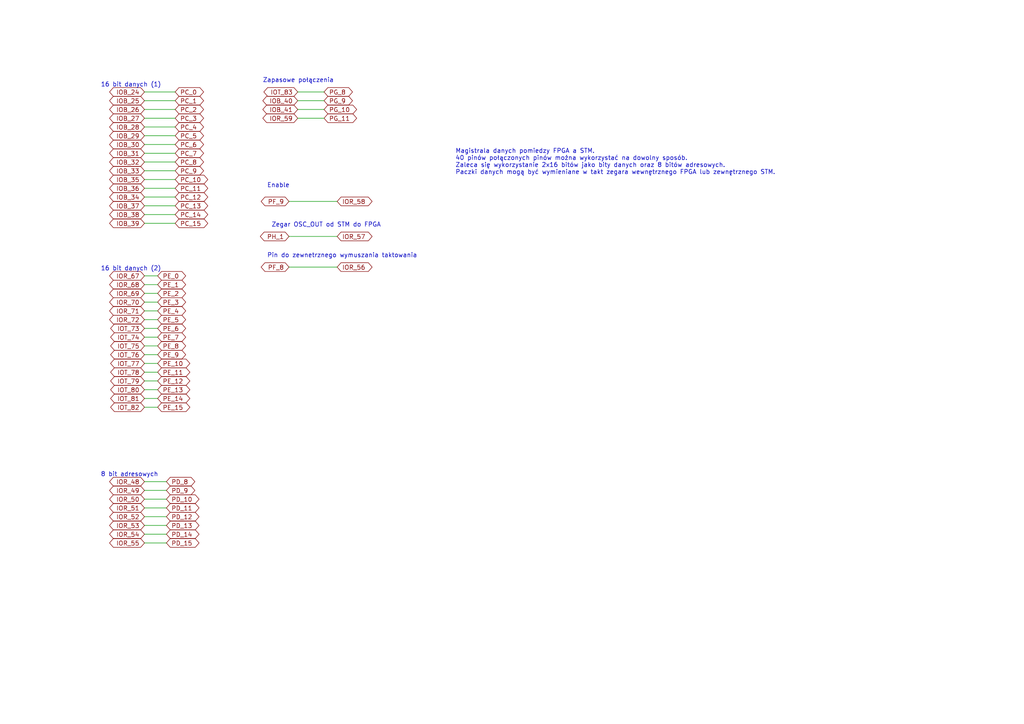
<source format=kicad_sch>
(kicad_sch (version 20230121) (generator eeschema)

  (uuid 3add7dc0-0907-43d6-aeaa-6a3a61668006)

  (paper "A4")

  (lib_symbols
  )


  (wire (pts (xy 41.91 36.83) (xy 50.8 36.83))
    (stroke (width 0) (type default))
    (uuid 051f99db-4366-4b36-b852-33737af765ff)
  )
  (wire (pts (xy 41.91 64.77) (xy 50.8 64.77))
    (stroke (width 0) (type default))
    (uuid 080847f4-bec9-4fc5-9f6f-9aa20f93d41e)
  )
  (wire (pts (xy 41.91 39.37) (xy 50.8 39.37))
    (stroke (width 0) (type default))
    (uuid 09c315bb-ad18-4f20-a4a5-8050a1a9a363)
  )
  (wire (pts (xy 41.91 157.48) (xy 48.26 157.48))
    (stroke (width 0) (type default))
    (uuid 0b92d905-3854-4d17-8064-9d82c4a54a8b)
  )
  (wire (pts (xy 41.91 95.25) (xy 45.72 95.25))
    (stroke (width 0) (type default))
    (uuid 0d9da4ae-b9a0-43ce-a94f-fcc0680ff9fb)
  )
  (wire (pts (xy 41.91 29.21) (xy 50.8 29.21))
    (stroke (width 0) (type default))
    (uuid 0ea4d0c6-eeca-40ae-a336-f5bbe3d9a6c7)
  )
  (wire (pts (xy 41.91 44.45) (xy 50.8 44.45))
    (stroke (width 0) (type default))
    (uuid 1171060e-af8b-4869-882d-d0c737be5e45)
  )
  (wire (pts (xy 83.82 77.47) (xy 97.79 77.47))
    (stroke (width 0) (type default))
    (uuid 15ce0f83-5546-42b5-b03a-08f00106d455)
  )
  (wire (pts (xy 83.82 68.58) (xy 97.79 68.58))
    (stroke (width 0) (type default))
    (uuid 1cf31857-ab71-451d-b8f4-f72a75db5ffe)
  )
  (wire (pts (xy 41.91 41.91) (xy 50.8 41.91))
    (stroke (width 0) (type default))
    (uuid 1f08c0b7-6050-4370-81f6-4bcbb8c3f522)
  )
  (wire (pts (xy 41.91 110.49) (xy 45.72 110.49))
    (stroke (width 0) (type default))
    (uuid 294942b2-7ec5-4047-a88b-4b11221cff55)
  )
  (wire (pts (xy 41.91 102.87) (xy 45.72 102.87))
    (stroke (width 0) (type default))
    (uuid 32c77cba-0b20-41dd-bc52-42173a0ab60f)
  )
  (wire (pts (xy 41.91 87.63) (xy 45.72 87.63))
    (stroke (width 0) (type default))
    (uuid 341eb2b0-0bc4-4a6b-b1a8-5b2c71d83796)
  )
  (wire (pts (xy 41.91 139.7) (xy 48.26 139.7))
    (stroke (width 0) (type default))
    (uuid 49db8666-6296-437f-8cd7-9edc78a3cf8c)
  )
  (wire (pts (xy 86.36 29.21) (xy 93.98 29.21))
    (stroke (width 0) (type default))
    (uuid 55a8a679-6663-471b-a850-3ff77693fcdc)
  )
  (wire (pts (xy 41.91 49.53) (xy 50.8 49.53))
    (stroke (width 0) (type default))
    (uuid 56371653-f6fc-4078-a368-4ad0a0269aa8)
  )
  (wire (pts (xy 41.91 57.15) (xy 50.8 57.15))
    (stroke (width 0) (type default))
    (uuid 57ce5481-129d-480d-846a-e80007d2b001)
  )
  (wire (pts (xy 86.36 34.29) (xy 93.98 34.29))
    (stroke (width 0) (type default))
    (uuid 59c87213-0907-4759-a1ef-63a678da4e15)
  )
  (wire (pts (xy 41.91 142.24) (xy 48.26 142.24))
    (stroke (width 0) (type default))
    (uuid 5a14e850-0a08-463d-82ea-4c88249f7b01)
  )
  (wire (pts (xy 41.91 54.61) (xy 50.8 54.61))
    (stroke (width 0) (type default))
    (uuid 5aef41fe-69bb-4673-92f2-af6fc320c47e)
  )
  (wire (pts (xy 41.91 90.17) (xy 45.72 90.17))
    (stroke (width 0) (type default))
    (uuid 619795ab-00ae-48a9-a443-0406d6d08a07)
  )
  (wire (pts (xy 41.91 149.86) (xy 48.26 149.86))
    (stroke (width 0) (type default))
    (uuid 63a09fa1-89b7-4fc6-9df1-324aaed2ca8f)
  )
  (wire (pts (xy 86.36 26.67) (xy 93.98 26.67))
    (stroke (width 0) (type default))
    (uuid 65e6417d-bbfc-4160-99eb-3f96ef9f196f)
  )
  (wire (pts (xy 41.91 147.32) (xy 48.26 147.32))
    (stroke (width 0) (type default))
    (uuid 66c84cc1-4e30-4ba5-bfa5-bac157eed2f3)
  )
  (wire (pts (xy 41.91 115.57) (xy 45.72 115.57))
    (stroke (width 0) (type default))
    (uuid 747fdff9-a085-40ec-9537-1664434ea4f8)
  )
  (wire (pts (xy 41.91 100.33) (xy 45.72 100.33))
    (stroke (width 0) (type default))
    (uuid 751cc13b-832c-4231-80a9-0e88d056159e)
  )
  (wire (pts (xy 41.91 59.69) (xy 50.8 59.69))
    (stroke (width 0) (type default))
    (uuid 7984ed38-949c-456d-8a24-f2fdb543b087)
  )
  (wire (pts (xy 41.91 62.23) (xy 50.8 62.23))
    (stroke (width 0) (type default))
    (uuid 7ae844b5-63ef-415f-a8ad-7689a35e44e9)
  )
  (wire (pts (xy 41.91 92.71) (xy 45.72 92.71))
    (stroke (width 0) (type default))
    (uuid 7e3b63bd-8d08-4905-9a77-40de0bd9e1c8)
  )
  (wire (pts (xy 41.91 118.11) (xy 45.72 118.11))
    (stroke (width 0) (type default))
    (uuid 8acc2265-57dd-4ae2-88fe-0ea03d05c355)
  )
  (wire (pts (xy 41.91 31.75) (xy 50.8 31.75))
    (stroke (width 0) (type default))
    (uuid 8f7fb47c-6fd2-4fba-90b1-dbd2da9e2b24)
  )
  (wire (pts (xy 41.91 113.03) (xy 45.72 113.03))
    (stroke (width 0) (type default))
    (uuid 91c9cddd-3126-401c-969d-a0ddb01a1d47)
  )
  (wire (pts (xy 41.91 34.29) (xy 50.8 34.29))
    (stroke (width 0) (type default))
    (uuid 969538a1-16ca-4092-800c-d960f660a01b)
  )
  (wire (pts (xy 41.91 144.78) (xy 48.26 144.78))
    (stroke (width 0) (type default))
    (uuid 976cc2be-aa88-4424-8d89-94513bb89e33)
  )
  (wire (pts (xy 41.91 152.4) (xy 48.26 152.4))
    (stroke (width 0) (type default))
    (uuid 9a47a10f-13d8-41ce-a1ff-68526f6a2341)
  )
  (wire (pts (xy 41.91 80.01) (xy 45.72 80.01))
    (stroke (width 0) (type default))
    (uuid 9b28ffb2-54bf-4570-877d-bfd254076d18)
  )
  (wire (pts (xy 41.91 46.99) (xy 50.8 46.99))
    (stroke (width 0) (type default))
    (uuid b5304853-163f-418b-8d2d-723ff9107460)
  )
  (wire (pts (xy 86.36 31.75) (xy 93.98 31.75))
    (stroke (width 0) (type default))
    (uuid cdadc642-1dbb-44e9-97c3-634e30611426)
  )
  (wire (pts (xy 41.91 154.94) (xy 48.26 154.94))
    (stroke (width 0) (type default))
    (uuid d18bb437-7e61-4377-860d-084dbcc43e92)
  )
  (wire (pts (xy 41.91 26.67) (xy 50.8 26.67))
    (stroke (width 0) (type default))
    (uuid d48f3def-c44e-4199-86a7-ad9bac8ce1c5)
  )
  (wire (pts (xy 41.91 52.07) (xy 50.8 52.07))
    (stroke (width 0) (type default))
    (uuid dcdf3a40-3b66-4132-a425-b5ff5a18c6d4)
  )
  (wire (pts (xy 41.91 97.79) (xy 45.72 97.79))
    (stroke (width 0) (type default))
    (uuid e219544d-b8a4-4bb9-aff0-e59ef4cb0125)
  )
  (wire (pts (xy 41.91 85.09) (xy 45.72 85.09))
    (stroke (width 0) (type default))
    (uuid e2bf5e21-379d-4148-be0a-43902dd3655f)
  )
  (wire (pts (xy 41.91 107.95) (xy 45.72 107.95))
    (stroke (width 0) (type default))
    (uuid e5b7022c-ce72-4473-82b5-de6710bb2cbb)
  )
  (wire (pts (xy 83.82 58.42) (xy 97.79 58.42))
    (stroke (width 0) (type default))
    (uuid ece7a6ef-0986-485c-8c14-12efa7426186)
  )
  (wire (pts (xy 41.91 105.41) (xy 45.72 105.41))
    (stroke (width 0) (type default))
    (uuid f333405d-e837-4756-82fc-5d6606de0083)
  )
  (wire (pts (xy 41.91 82.55) (xy 45.72 82.55))
    (stroke (width 0) (type default))
    (uuid f389c500-5c3b-4a0f-8dc9-84f17958a468)
  )

  (text "Pin do zewnetrznego wymuszania taktowania" (at 77.47 74.93 0)
    (effects (font (size 1.27 1.27)) (justify left bottom))
    (uuid 02d53c6a-962e-49ef-b1c7-a23c3d72f70d)
  )
  (text "Enable" (at 77.47 54.61 0)
    (effects (font (size 1.27 1.27)) (justify left bottom))
    (uuid 07e976e8-319e-4e09-86f9-346de195db07)
  )
  (text "Zapasowe połączenia" (at 76.2 24.13 0)
    (effects (font (size 1.27 1.27)) (justify left bottom))
    (uuid 46a74b46-ee6a-4d36-b28f-2aaa9ccd6c29)
  )
  (text "16 bit danych (2)" (at 29.21 78.74 0)
    (effects (font (size 1.27 1.27)) (justify left bottom))
    (uuid 56b13825-cf94-4a44-a626-d8273d828a46)
  )
  (text "Magistrala danych pomiedzy FPGA a STM. \n40 pinów połączonych pinów można wykorzystać na dowolny sposób. \nZaleca się wykorzystanie 2x16 bitów jako bity danych oraz 8 bitów adresowych.\nPaczki danych mogą być wymieniane w takt zegara wewnętrznego FPGA lub zewnętrznego STM."
    (at 132.08 50.8 0)
    (effects (font (size 1.27 1.27)) (justify left bottom))
    (uuid 622413f1-e6b5-4daa-886f-1ba957bf6a09)
  )
  (text "Zegar OSC_OUT od STM do FPGA" (at 78.74 66.04 0)
    (effects (font (size 1.27 1.27)) (justify left bottom))
    (uuid c0bcb888-de7d-4bcf-a117-fe47eeccc290)
  )
  (text "16 bit danych (1)" (at 29.21 25.4 0)
    (effects (font (size 1.27 1.27)) (justify left bottom))
    (uuid ccf71bc1-2254-400c-ba02-5b476293562d)
  )
  (text "8 bit adresowych" (at 29.21 138.43 0)
    (effects (font (size 1.27 1.27)) (justify left bottom))
    (uuid d244d1f3-1a16-4aa6-b9c2-20bea6f89789)
  )

  (global_label "IOB_33" (shape bidirectional) (at 41.91 49.53 180) (fields_autoplaced)
    (effects (font (size 1.27 1.27)) (justify right))
    (uuid 0388d9a9-cf99-4d8d-bf52-39673aab806c)
    (property "Intersheetrefs" "${INTERSHEET_REFS}" (at 31.301 49.53 0)
      (effects (font (size 1.27 1.27)) (justify right) hide)
    )
  )
  (global_label "IOR_57" (shape bidirectional) (at 97.79 68.58 0) (fields_autoplaced)
    (effects (font (size 1.27 1.27)) (justify left))
    (uuid 03d1308a-5420-420b-8bb2-87fc797f799d)
    (property "Intersheetrefs" "${INTERSHEET_REFS}" (at 108.399 68.58 0)
      (effects (font (size 1.27 1.27)) (justify left) hide)
    )
  )
  (global_label "IOT_80" (shape bidirectional) (at 41.91 113.03 180) (fields_autoplaced)
    (effects (font (size 1.27 1.27)) (justify right))
    (uuid 0457ba7a-20ac-40cb-aac0-4707fcddda3c)
    (property "Intersheetrefs" "${INTERSHEET_REFS}" (at 31.6034 113.03 0)
      (effects (font (size 1.27 1.27)) (justify right) hide)
    )
  )
  (global_label "PE_13" (shape bidirectional) (at 45.72 113.03 0) (fields_autoplaced)
    (effects (font (size 1.27 1.27)) (justify left))
    (uuid 05d95653-94e4-4aa3-a458-04b780960714)
    (property "Intersheetrefs" "${INTERSHEET_REFS}" (at 54.3332 113.03 0)
      (effects (font (size 1.27 1.27)) (justify left) hide)
    )
  )
  (global_label "PE_6" (shape bidirectional) (at 45.72 95.25 0) (fields_autoplaced)
    (effects (font (size 1.27 1.27)) (justify left))
    (uuid 07941e45-3a0c-414a-b533-c436ce886dc8)
    (property "Intersheetrefs" "${INTERSHEET_REFS}" (at 54.3332 95.25 0)
      (effects (font (size 1.27 1.27)) (justify left) hide)
    )
  )
  (global_label "IOT_82" (shape bidirectional) (at 41.91 118.11 180) (fields_autoplaced)
    (effects (font (size 1.27 1.27)) (justify right))
    (uuid 0b682cec-bbab-48fc-9bac-627381adc118)
    (property "Intersheetrefs" "${INTERSHEET_REFS}" (at 31.6034 118.11 0)
      (effects (font (size 1.27 1.27)) (justify right) hide)
    )
  )
  (global_label "PE_2" (shape bidirectional) (at 45.72 85.09 0) (fields_autoplaced)
    (effects (font (size 1.27 1.27)) (justify left))
    (uuid 0c5b1c07-c60d-4a3d-98f4-df1f3de93f7d)
    (property "Intersheetrefs" "${INTERSHEET_REFS}" (at 54.3332 85.09 0)
      (effects (font (size 1.27 1.27)) (justify left) hide)
    )
  )
  (global_label "IOB_26" (shape bidirectional) (at 41.91 31.75 180) (fields_autoplaced)
    (effects (font (size 1.27 1.27)) (justify right))
    (uuid 12b91545-1bf2-40e6-8734-63fb4f44d5ce)
    (property "Intersheetrefs" "${INTERSHEET_REFS}" (at 31.301 31.75 0)
      (effects (font (size 1.27 1.27)) (justify right) hide)
    )
  )
  (global_label "PC_3" (shape bidirectional) (at 50.8 34.29 0) (fields_autoplaced)
    (effects (font (size 1.27 1.27)) (justify left))
    (uuid 1355be0c-d63a-4539-9efc-b0f50553be0a)
    (property "Intersheetrefs" "${INTERSHEET_REFS}" (at 59.5342 34.29 0)
      (effects (font (size 1.27 1.27)) (justify left) hide)
    )
  )
  (global_label "PD_13" (shape bidirectional) (at 48.26 152.4 0) (fields_autoplaced)
    (effects (font (size 1.27 1.27)) (justify left))
    (uuid 172a6676-9771-4c86-91ff-0f0e4beff1e6)
    (property "Intersheetrefs" "${INTERSHEET_REFS}" (at 56.9942 152.4 0)
      (effects (font (size 1.27 1.27)) (justify left) hide)
    )
  )
  (global_label "PD_10" (shape bidirectional) (at 48.26 144.78 0) (fields_autoplaced)
    (effects (font (size 1.27 1.27)) (justify left))
    (uuid 178e9435-97ef-468b-ba1b-c6859dc15bb0)
    (property "Intersheetrefs" "${INTERSHEET_REFS}" (at 56.9942 144.78 0)
      (effects (font (size 1.27 1.27)) (justify left) hide)
    )
  )
  (global_label "PC_10" (shape bidirectional) (at 50.8 52.07 0) (fields_autoplaced)
    (effects (font (size 1.27 1.27)) (justify left))
    (uuid 1a89e3fb-2dc8-4da3-afb9-6d2878620f3f)
    (property "Intersheetrefs" "${INTERSHEET_REFS}" (at 59.5342 52.07 0)
      (effects (font (size 1.27 1.27)) (justify left) hide)
    )
  )
  (global_label "IOT_79" (shape bidirectional) (at 41.91 110.49 180) (fields_autoplaced)
    (effects (font (size 1.27 1.27)) (justify right))
    (uuid 1fbaf03e-9a12-4d35-a72c-908b4b966f82)
    (property "Intersheetrefs" "${INTERSHEET_REFS}" (at 31.6034 110.49 0)
      (effects (font (size 1.27 1.27)) (justify right) hide)
    )
  )
  (global_label "IOB_29" (shape bidirectional) (at 41.91 39.37 180) (fields_autoplaced)
    (effects (font (size 1.27 1.27)) (justify right))
    (uuid 21e9ac5b-45bf-4fee-b0d5-edf6d6327cb9)
    (property "Intersheetrefs" "${INTERSHEET_REFS}" (at 31.301 39.37 0)
      (effects (font (size 1.27 1.27)) (justify right) hide)
    )
  )
  (global_label "IOR_70" (shape bidirectional) (at 41.91 87.63 180) (fields_autoplaced)
    (effects (font (size 1.27 1.27)) (justify right))
    (uuid 221d1d13-7ae6-4119-af75-00c2e8fffab9)
    (property "Intersheetrefs" "${INTERSHEET_REFS}" (at 31.301 87.63 0)
      (effects (font (size 1.27 1.27)) (justify right) hide)
    )
  )
  (global_label "PC_7" (shape bidirectional) (at 50.8 44.45 0) (fields_autoplaced)
    (effects (font (size 1.27 1.27)) (justify left))
    (uuid 23574105-ea23-48d8-abbe-f5f4f496c87b)
    (property "Intersheetrefs" "${INTERSHEET_REFS}" (at 59.5342 44.45 0)
      (effects (font (size 1.27 1.27)) (justify left) hide)
    )
  )
  (global_label "PC_4" (shape bidirectional) (at 50.8 36.83 0) (fields_autoplaced)
    (effects (font (size 1.27 1.27)) (justify left))
    (uuid 2448d823-f166-4536-ae08-19f7f40dfe74)
    (property "Intersheetrefs" "${INTERSHEET_REFS}" (at 59.5342 36.83 0)
      (effects (font (size 1.27 1.27)) (justify left) hide)
    )
  )
  (global_label "PG_10" (shape bidirectional) (at 93.98 31.75 0) (fields_autoplaced)
    (effects (font (size 1.27 1.27)) (justify left))
    (uuid 249d95b7-e3d2-4d83-afeb-e8d8e03f398e)
    (property "Intersheetrefs" "${INTERSHEET_REFS}" (at 102.7142 31.75 0)
      (effects (font (size 1.27 1.27)) (justify left) hide)
    )
  )
  (global_label "PG_11" (shape bidirectional) (at 93.98 34.29 0) (fields_autoplaced)
    (effects (font (size 1.27 1.27)) (justify left))
    (uuid 275f3787-2403-46e8-bdaf-87c333c11823)
    (property "Intersheetrefs" "${INTERSHEET_REFS}" (at 102.7142 34.29 0)
      (effects (font (size 1.27 1.27)) (justify left) hide)
    )
  )
  (global_label "PE_4" (shape bidirectional) (at 45.72 90.17 0) (fields_autoplaced)
    (effects (font (size 1.27 1.27)) (justify left))
    (uuid 2b25e26c-02bb-4613-9a70-485108cccd3b)
    (property "Intersheetrefs" "${INTERSHEET_REFS}" (at 54.3332 90.17 0)
      (effects (font (size 1.27 1.27)) (justify left) hide)
    )
  )
  (global_label "PF_8" (shape bidirectional) (at 83.82 77.47 180) (fields_autoplaced)
    (effects (font (size 1.27 1.27)) (justify right))
    (uuid 2b69c412-5b2f-4aa7-b9c9-ef6c9dbca548)
    (property "Intersheetrefs" "${INTERSHEET_REFS}" (at 75.2672 77.47 0)
      (effects (font (size 1.27 1.27)) (justify right) hide)
    )
  )
  (global_label "PE_3" (shape bidirectional) (at 45.72 87.63 0) (fields_autoplaced)
    (effects (font (size 1.27 1.27)) (justify left))
    (uuid 2fc37f8b-0728-488d-bb34-059771e6d940)
    (property "Intersheetrefs" "${INTERSHEET_REFS}" (at 54.3332 87.63 0)
      (effects (font (size 1.27 1.27)) (justify left) hide)
    )
  )
  (global_label "PE_0" (shape bidirectional) (at 45.72 80.01 0) (fields_autoplaced)
    (effects (font (size 1.27 1.27)) (justify left))
    (uuid 30dc95dc-f292-4073-8e8f-076257afecaa)
    (property "Intersheetrefs" "${INTERSHEET_REFS}" (at 54.3332 80.01 0)
      (effects (font (size 1.27 1.27)) (justify left) hide)
    )
  )
  (global_label "IOB_25" (shape bidirectional) (at 41.91 29.21 180) (fields_autoplaced)
    (effects (font (size 1.27 1.27)) (justify right))
    (uuid 326ef9a8-dc2e-40d9-8894-04def0cd7e67)
    (property "Intersheetrefs" "${INTERSHEET_REFS}" (at 31.301 29.21 0)
      (effects (font (size 1.27 1.27)) (justify right) hide)
    )
  )
  (global_label "PF_9" (shape bidirectional) (at 83.82 58.42 180) (fields_autoplaced)
    (effects (font (size 1.27 1.27)) (justify right))
    (uuid 33569856-9fa0-41db-aafe-13c70d3b1a62)
    (property "Intersheetrefs" "${INTERSHEET_REFS}" (at 75.2672 58.42 0)
      (effects (font (size 1.27 1.27)) (justify right) hide)
    )
  )
  (global_label "IOT_78" (shape bidirectional) (at 41.91 107.95 180) (fields_autoplaced)
    (effects (font (size 1.27 1.27)) (justify right))
    (uuid 3b2583db-8489-4b73-bea1-c3db4b433a58)
    (property "Intersheetrefs" "${INTERSHEET_REFS}" (at 31.6034 107.95 0)
      (effects (font (size 1.27 1.27)) (justify right) hide)
    )
  )
  (global_label "PH_1" (shape bidirectional) (at 83.82 68.58 180) (fields_autoplaced)
    (effects (font (size 1.27 1.27)) (justify right))
    (uuid 3c574be8-362a-4314-89db-e8c88b23acb6)
    (property "Intersheetrefs" "${INTERSHEET_REFS}" (at 75.0253 68.58 0)
      (effects (font (size 1.27 1.27)) (justify right) hide)
    )
  )
  (global_label "PD_9" (shape bidirectional) (at 48.26 142.24 0) (fields_autoplaced)
    (effects (font (size 1.27 1.27)) (justify left))
    (uuid 3d174dd6-ca30-478f-94a6-ab7402133c8f)
    (property "Intersheetrefs" "${INTERSHEET_REFS}" (at 56.9942 142.24 0)
      (effects (font (size 1.27 1.27)) (justify left) hide)
    )
  )
  (global_label "IOT_74" (shape bidirectional) (at 41.91 97.79 180) (fields_autoplaced)
    (effects (font (size 1.27 1.27)) (justify right))
    (uuid 3d4ee0ab-f611-48ed-8720-ce15a432d4a4)
    (property "Intersheetrefs" "${INTERSHEET_REFS}" (at 31.6034 97.79 0)
      (effects (font (size 1.27 1.27)) (justify right) hide)
    )
  )
  (global_label "PC_14" (shape bidirectional) (at 50.8 62.23 0) (fields_autoplaced)
    (effects (font (size 1.27 1.27)) (justify left))
    (uuid 40ffcbc6-3f1e-43d3-8a3d-6ee02375d54a)
    (property "Intersheetrefs" "${INTERSHEET_REFS}" (at 59.5342 62.23 0)
      (effects (font (size 1.27 1.27)) (justify left) hide)
    )
  )
  (global_label "PE_8" (shape bidirectional) (at 45.72 100.33 0) (fields_autoplaced)
    (effects (font (size 1.27 1.27)) (justify left))
    (uuid 460e8bf5-9caa-4564-93d6-3d144a948d48)
    (property "Intersheetrefs" "${INTERSHEET_REFS}" (at 54.3332 100.33 0)
      (effects (font (size 1.27 1.27)) (justify left) hide)
    )
  )
  (global_label "IOR_51" (shape bidirectional) (at 41.91 147.32 180) (fields_autoplaced)
    (effects (font (size 1.27 1.27)) (justify right))
    (uuid 46301906-73f8-4958-a304-e17814de5651)
    (property "Intersheetrefs" "${INTERSHEET_REFS}" (at 31.301 147.32 0)
      (effects (font (size 1.27 1.27)) (justify right) hide)
    )
  )
  (global_label "IOT_75" (shape bidirectional) (at 41.91 100.33 180) (fields_autoplaced)
    (effects (font (size 1.27 1.27)) (justify right))
    (uuid 47545535-8db3-4ff6-a20d-e4a60aa22876)
    (property "Intersheetrefs" "${INTERSHEET_REFS}" (at 31.6034 100.33 0)
      (effects (font (size 1.27 1.27)) (justify right) hide)
    )
  )
  (global_label "IOR_52" (shape bidirectional) (at 41.91 149.86 180) (fields_autoplaced)
    (effects (font (size 1.27 1.27)) (justify right))
    (uuid 4a642da0-3bdf-4909-bffe-d57f10fa9efe)
    (property "Intersheetrefs" "${INTERSHEET_REFS}" (at 31.301 149.86 0)
      (effects (font (size 1.27 1.27)) (justify right) hide)
    )
  )
  (global_label "IOB_41" (shape bidirectional) (at 86.36 31.75 180) (fields_autoplaced)
    (effects (font (size 1.27 1.27)) (justify right))
    (uuid 4d43b358-ecc2-42fb-8416-6f0060f8f45e)
    (property "Intersheetrefs" "${INTERSHEET_REFS}" (at 75.751 31.75 0)
      (effects (font (size 1.27 1.27)) (justify right) hide)
    )
  )
  (global_label "IOB_24" (shape bidirectional) (at 41.91 26.67 180) (fields_autoplaced)
    (effects (font (size 1.27 1.27)) (justify right))
    (uuid 51c9cdf0-d6f1-4e15-9d66-9f13ce4f5370)
    (property "Intersheetrefs" "${INTERSHEET_REFS}" (at 31.301 26.67 0)
      (effects (font (size 1.27 1.27)) (justify right) hide)
    )
  )
  (global_label "IOT_73" (shape bidirectional) (at 41.91 95.25 180) (fields_autoplaced)
    (effects (font (size 1.27 1.27)) (justify right))
    (uuid 5529dbcf-6a28-4adf-a3c1-3170a98bd2f1)
    (property "Intersheetrefs" "${INTERSHEET_REFS}" (at 31.6034 95.25 0)
      (effects (font (size 1.27 1.27)) (justify right) hide)
    )
  )
  (global_label "PC_1" (shape bidirectional) (at 50.8 29.21 0) (fields_autoplaced)
    (effects (font (size 1.27 1.27)) (justify left))
    (uuid 568b78a4-77db-46bc-b0e0-43abc52550c2)
    (property "Intersheetrefs" "${INTERSHEET_REFS}" (at 59.5342 29.21 0)
      (effects (font (size 1.27 1.27)) (justify left) hide)
    )
  )
  (global_label "IOR_53" (shape bidirectional) (at 41.91 152.4 180) (fields_autoplaced)
    (effects (font (size 1.27 1.27)) (justify right))
    (uuid 5c15413d-6f57-4859-9790-7b0f47dd0022)
    (property "Intersheetrefs" "${INTERSHEET_REFS}" (at 31.301 152.4 0)
      (effects (font (size 1.27 1.27)) (justify right) hide)
    )
  )
  (global_label "PE_14" (shape bidirectional) (at 45.72 115.57 0) (fields_autoplaced)
    (effects (font (size 1.27 1.27)) (justify left))
    (uuid 5cac3a10-8d53-49bf-8032-da0c773e1532)
    (property "Intersheetrefs" "${INTERSHEET_REFS}" (at 54.3332 115.57 0)
      (effects (font (size 1.27 1.27)) (justify left) hide)
    )
  )
  (global_label "PD_11" (shape bidirectional) (at 48.26 147.32 0) (fields_autoplaced)
    (effects (font (size 1.27 1.27)) (justify left))
    (uuid 5ecc220b-3354-46d1-94ee-89075ff755d2)
    (property "Intersheetrefs" "${INTERSHEET_REFS}" (at 56.9942 147.32 0)
      (effects (font (size 1.27 1.27)) (justify left) hide)
    )
  )
  (global_label "PC_8" (shape bidirectional) (at 50.8 46.99 0) (fields_autoplaced)
    (effects (font (size 1.27 1.27)) (justify left))
    (uuid 60ff5503-51b5-4062-9d83-ab14b50b68b8)
    (property "Intersheetrefs" "${INTERSHEET_REFS}" (at 59.5342 46.99 0)
      (effects (font (size 1.27 1.27)) (justify left) hide)
    )
  )
  (global_label "PC_12" (shape bidirectional) (at 50.8 57.15 0) (fields_autoplaced)
    (effects (font (size 1.27 1.27)) (justify left))
    (uuid 611f2d00-51e3-4d72-b9dc-8247736f99a1)
    (property "Intersheetrefs" "${INTERSHEET_REFS}" (at 59.5342 57.15 0)
      (effects (font (size 1.27 1.27)) (justify left) hide)
    )
  )
  (global_label "IOB_36" (shape bidirectional) (at 41.91 54.61 180) (fields_autoplaced)
    (effects (font (size 1.27 1.27)) (justify right))
    (uuid 68a6e1e6-3cbe-4a7a-a379-97f4fc66b4b2)
    (property "Intersheetrefs" "${INTERSHEET_REFS}" (at 31.301 54.61 0)
      (effects (font (size 1.27 1.27)) (justify right) hide)
    )
  )
  (global_label "IOB_32" (shape bidirectional) (at 41.91 46.99 180) (fields_autoplaced)
    (effects (font (size 1.27 1.27)) (justify right))
    (uuid 6a6f98b6-6614-42e5-9c94-61b19bca6a3d)
    (property "Intersheetrefs" "${INTERSHEET_REFS}" (at 31.301 46.99 0)
      (effects (font (size 1.27 1.27)) (justify right) hide)
    )
  )
  (global_label "PE_11" (shape bidirectional) (at 45.72 107.95 0) (fields_autoplaced)
    (effects (font (size 1.27 1.27)) (justify left))
    (uuid 6b7a5f33-6207-4d63-9650-bc516ef5d2a4)
    (property "Intersheetrefs" "${INTERSHEET_REFS}" (at 54.3332 107.95 0)
      (effects (font (size 1.27 1.27)) (justify left) hide)
    )
  )
  (global_label "IOB_34" (shape bidirectional) (at 41.91 57.15 180) (fields_autoplaced)
    (effects (font (size 1.27 1.27)) (justify right))
    (uuid 6ccab992-f632-4a7a-99d4-c1ea27bf9e7e)
    (property "Intersheetrefs" "${INTERSHEET_REFS}" (at 31.301 57.15 0)
      (effects (font (size 1.27 1.27)) (justify right) hide)
    )
  )
  (global_label "IOR_59" (shape bidirectional) (at 86.36 34.29 180) (fields_autoplaced)
    (effects (font (size 1.27 1.27)) (justify right))
    (uuid 7673db29-14aa-4f17-b04d-11e87a86702d)
    (property "Intersheetrefs" "${INTERSHEET_REFS}" (at 75.751 34.29 0)
      (effects (font (size 1.27 1.27)) (justify right) hide)
    )
  )
  (global_label "IOR_58" (shape bidirectional) (at 97.79 58.42 0) (fields_autoplaced)
    (effects (font (size 1.27 1.27)) (justify left))
    (uuid 76b2ec6a-e450-4539-852a-afaf6bf858c8)
    (property "Intersheetrefs" "${INTERSHEET_REFS}" (at 108.399 58.42 0)
      (effects (font (size 1.27 1.27)) (justify left) hide)
    )
  )
  (global_label "PD_14" (shape bidirectional) (at 48.26 154.94 0) (fields_autoplaced)
    (effects (font (size 1.27 1.27)) (justify left))
    (uuid 77df1108-5e3b-470f-a538-eb2e3b3df788)
    (property "Intersheetrefs" "${INTERSHEET_REFS}" (at 56.9942 154.94 0)
      (effects (font (size 1.27 1.27)) (justify left) hide)
    )
  )
  (global_label "IOT_77" (shape bidirectional) (at 41.91 105.41 180) (fields_autoplaced)
    (effects (font (size 1.27 1.27)) (justify right))
    (uuid 836c5b08-817e-41b2-a8df-6b51b96c55c2)
    (property "Intersheetrefs" "${INTERSHEET_REFS}" (at 31.6034 105.41 0)
      (effects (font (size 1.27 1.27)) (justify right) hide)
    )
  )
  (global_label "IOR_50" (shape bidirectional) (at 41.91 144.78 180) (fields_autoplaced)
    (effects (font (size 1.27 1.27)) (justify right))
    (uuid 854907a2-69fa-449d-be07-0d3201db2c66)
    (property "Intersheetrefs" "${INTERSHEET_REFS}" (at 31.301 144.78 0)
      (effects (font (size 1.27 1.27)) (justify right) hide)
    )
  )
  (global_label "PC_9" (shape bidirectional) (at 50.8 49.53 0) (fields_autoplaced)
    (effects (font (size 1.27 1.27)) (justify left))
    (uuid 8566bd56-6a12-457b-a388-c0d23ac6fc28)
    (property "Intersheetrefs" "${INTERSHEET_REFS}" (at 59.5342 49.53 0)
      (effects (font (size 1.27 1.27)) (justify left) hide)
    )
  )
  (global_label "IOB_38" (shape bidirectional) (at 41.91 62.23 180) (fields_autoplaced)
    (effects (font (size 1.27 1.27)) (justify right))
    (uuid 861de46e-acab-4bd5-bfa7-e39b132fbd29)
    (property "Intersheetrefs" "${INTERSHEET_REFS}" (at 31.301 62.23 0)
      (effects (font (size 1.27 1.27)) (justify right) hide)
    )
  )
  (global_label "PD_8" (shape bidirectional) (at 48.26 139.7 0) (fields_autoplaced)
    (effects (font (size 1.27 1.27)) (justify left))
    (uuid 89172b5d-b38f-4b2c-8ce4-929e9458ae22)
    (property "Intersheetrefs" "${INTERSHEET_REFS}" (at 56.9942 139.7 0)
      (effects (font (size 1.27 1.27)) (justify left) hide)
    )
  )
  (global_label "PC_15" (shape bidirectional) (at 50.8 64.77 0) (fields_autoplaced)
    (effects (font (size 1.27 1.27)) (justify left))
    (uuid 8c348952-778a-4485-afd2-b1bf7e2e5482)
    (property "Intersheetrefs" "${INTERSHEET_REFS}" (at 59.5342 64.77 0)
      (effects (font (size 1.27 1.27)) (justify left) hide)
    )
  )
  (global_label "IOR_68" (shape bidirectional) (at 41.91 82.55 180) (fields_autoplaced)
    (effects (font (size 1.27 1.27)) (justify right))
    (uuid 8d827cb2-1e53-40ff-973a-aedeec060a02)
    (property "Intersheetrefs" "${INTERSHEET_REFS}" (at 31.301 82.55 0)
      (effects (font (size 1.27 1.27)) (justify right) hide)
    )
  )
  (global_label "IOB_28" (shape bidirectional) (at 41.91 36.83 180) (fields_autoplaced)
    (effects (font (size 1.27 1.27)) (justify right))
    (uuid 901df3c6-3684-449f-9145-559f7f7918aa)
    (property "Intersheetrefs" "${INTERSHEET_REFS}" (at 31.301 36.83 0)
      (effects (font (size 1.27 1.27)) (justify right) hide)
    )
  )
  (global_label "IOB_31" (shape bidirectional) (at 41.91 44.45 180) (fields_autoplaced)
    (effects (font (size 1.27 1.27)) (justify right))
    (uuid 91839ba5-5cbe-490b-860c-f546eba2c605)
    (property "Intersheetrefs" "${INTERSHEET_REFS}" (at 31.301 44.45 0)
      (effects (font (size 1.27 1.27)) (justify right) hide)
    )
  )
  (global_label "PE_15" (shape bidirectional) (at 45.72 118.11 0) (fields_autoplaced)
    (effects (font (size 1.27 1.27)) (justify left))
    (uuid 91e5fcb7-0aca-4263-a40a-64967750ca18)
    (property "Intersheetrefs" "${INTERSHEET_REFS}" (at 54.3332 118.11 0)
      (effects (font (size 1.27 1.27)) (justify left) hide)
    )
  )
  (global_label "PE_9" (shape bidirectional) (at 45.72 102.87 0) (fields_autoplaced)
    (effects (font (size 1.27 1.27)) (justify left))
    (uuid 95ffb373-d328-4ea1-9000-25565a5632c6)
    (property "Intersheetrefs" "${INTERSHEET_REFS}" (at 54.3332 102.87 0)
      (effects (font (size 1.27 1.27)) (justify left) hide)
    )
  )
  (global_label "IOB_39" (shape bidirectional) (at 41.91 64.77 180) (fields_autoplaced)
    (effects (font (size 1.27 1.27)) (justify right))
    (uuid a5cf8ff6-cffa-4e6a-83be-9771886b0f1c)
    (property "Intersheetrefs" "${INTERSHEET_REFS}" (at 31.301 64.77 0)
      (effects (font (size 1.27 1.27)) (justify right) hide)
    )
  )
  (global_label "PC_6" (shape bidirectional) (at 50.8 41.91 0) (fields_autoplaced)
    (effects (font (size 1.27 1.27)) (justify left))
    (uuid a6da9155-70f3-415f-8ade-5bf79b47c09d)
    (property "Intersheetrefs" "${INTERSHEET_REFS}" (at 59.5342 41.91 0)
      (effects (font (size 1.27 1.27)) (justify left) hide)
    )
  )
  (global_label "PG_9" (shape bidirectional) (at 93.98 29.21 0) (fields_autoplaced)
    (effects (font (size 1.27 1.27)) (justify left))
    (uuid a8efdb76-323d-4970-98db-4c3107508e98)
    (property "Intersheetrefs" "${INTERSHEET_REFS}" (at 102.7142 29.21 0)
      (effects (font (size 1.27 1.27)) (justify left) hide)
    )
  )
  (global_label "PC_11" (shape bidirectional) (at 50.8 54.61 0) (fields_autoplaced)
    (effects (font (size 1.27 1.27)) (justify left))
    (uuid a992219d-e7c3-4a2b-ac7e-e70067167b2a)
    (property "Intersheetrefs" "${INTERSHEET_REFS}" (at 59.5342 54.61 0)
      (effects (font (size 1.27 1.27)) (justify left) hide)
    )
  )
  (global_label "PG_8" (shape bidirectional) (at 93.98 26.67 0) (fields_autoplaced)
    (effects (font (size 1.27 1.27)) (justify left))
    (uuid ad841b0a-70e3-4137-939d-54358b6ae6ff)
    (property "Intersheetrefs" "${INTERSHEET_REFS}" (at 102.7142 26.67 0)
      (effects (font (size 1.27 1.27)) (justify left) hide)
    )
  )
  (global_label "IOT_81" (shape bidirectional) (at 41.91 115.57 180) (fields_autoplaced)
    (effects (font (size 1.27 1.27)) (justify right))
    (uuid aec2a347-e174-4599-8faa-a4bd9252898c)
    (property "Intersheetrefs" "${INTERSHEET_REFS}" (at 31.6034 115.57 0)
      (effects (font (size 1.27 1.27)) (justify right) hide)
    )
  )
  (global_label "IOR_48" (shape bidirectional) (at 41.91 139.7 180) (fields_autoplaced)
    (effects (font (size 1.27 1.27)) (justify right))
    (uuid af3ee726-fe49-4cae-9590-ade70e5c49ab)
    (property "Intersheetrefs" "${INTERSHEET_REFS}" (at 31.301 139.7 0)
      (effects (font (size 1.27 1.27)) (justify right) hide)
    )
  )
  (global_label "PD_12" (shape bidirectional) (at 48.26 149.86 0) (fields_autoplaced)
    (effects (font (size 1.27 1.27)) (justify left))
    (uuid aff6bd27-4c91-4a00-9e27-c8e50e25f4d1)
    (property "Intersheetrefs" "${INTERSHEET_REFS}" (at 56.9942 149.86 0)
      (effects (font (size 1.27 1.27)) (justify left) hide)
    )
  )
  (global_label "IOR_69" (shape bidirectional) (at 41.91 85.09 180) (fields_autoplaced)
    (effects (font (size 1.27 1.27)) (justify right))
    (uuid b0085e56-dee1-498c-8e3c-b248a1d5669c)
    (property "Intersheetrefs" "${INTERSHEET_REFS}" (at 31.301 85.09 0)
      (effects (font (size 1.27 1.27)) (justify right) hide)
    )
  )
  (global_label "PE_1" (shape bidirectional) (at 45.72 82.55 0) (fields_autoplaced)
    (effects (font (size 1.27 1.27)) (justify left))
    (uuid b5df51c4-0472-4d2e-956f-225f448ddb60)
    (property "Intersheetrefs" "${INTERSHEET_REFS}" (at 54.3332 82.55 0)
      (effects (font (size 1.27 1.27)) (justify left) hide)
    )
  )
  (global_label "IOB_35" (shape bidirectional) (at 41.91 52.07 180) (fields_autoplaced)
    (effects (font (size 1.27 1.27)) (justify right))
    (uuid b5f18943-fe7c-4b6a-8902-f2ab8bfeeca8)
    (property "Intersheetrefs" "${INTERSHEET_REFS}" (at 31.301 52.07 0)
      (effects (font (size 1.27 1.27)) (justify right) hide)
    )
  )
  (global_label "IOB_40" (shape bidirectional) (at 86.36 29.21 180) (fields_autoplaced)
    (effects (font (size 1.27 1.27)) (justify right))
    (uuid ba6c3c32-a799-4e4e-b735-83f147ef8718)
    (property "Intersheetrefs" "${INTERSHEET_REFS}" (at 75.751 29.21 0)
      (effects (font (size 1.27 1.27)) (justify right) hide)
    )
  )
  (global_label "IOR_54" (shape bidirectional) (at 41.91 154.94 180) (fields_autoplaced)
    (effects (font (size 1.27 1.27)) (justify right))
    (uuid bf0193ee-e631-41b9-b480-6db23e48f013)
    (property "Intersheetrefs" "${INTERSHEET_REFS}" (at 31.301 154.94 0)
      (effects (font (size 1.27 1.27)) (justify right) hide)
    )
  )
  (global_label "IOR_72" (shape bidirectional) (at 41.91 92.71 180) (fields_autoplaced)
    (effects (font (size 1.27 1.27)) (justify right))
    (uuid bfec3de4-388e-4358-ad8b-4bdd4436a223)
    (property "Intersheetrefs" "${INTERSHEET_REFS}" (at 31.301 92.71 0)
      (effects (font (size 1.27 1.27)) (justify right) hide)
    )
  )
  (global_label "PD_15" (shape bidirectional) (at 48.26 157.48 0) (fields_autoplaced)
    (effects (font (size 1.27 1.27)) (justify left))
    (uuid c0377c03-4b82-4acb-bb77-d75e1440273c)
    (property "Intersheetrefs" "${INTERSHEET_REFS}" (at 56.9942 157.48 0)
      (effects (font (size 1.27 1.27)) (justify left) hide)
    )
  )
  (global_label "IOR_56" (shape bidirectional) (at 97.79 77.47 0) (fields_autoplaced)
    (effects (font (size 1.27 1.27)) (justify left))
    (uuid c06c809b-bc29-4d8c-a86d-2de7923b9d80)
    (property "Intersheetrefs" "${INTERSHEET_REFS}" (at 108.399 77.47 0)
      (effects (font (size 1.27 1.27)) (justify left) hide)
    )
  )
  (global_label "IOR_55" (shape bidirectional) (at 41.91 157.48 180) (fields_autoplaced)
    (effects (font (size 1.27 1.27)) (justify right))
    (uuid c106b5b0-aae4-44a8-8b9d-76181a359af0)
    (property "Intersheetrefs" "${INTERSHEET_REFS}" (at 31.301 157.48 0)
      (effects (font (size 1.27 1.27)) (justify right) hide)
    )
  )
  (global_label "PC_5" (shape bidirectional) (at 50.8 39.37 0) (fields_autoplaced)
    (effects (font (size 1.27 1.27)) (justify left))
    (uuid c4893aad-cf4c-4799-ad32-83526897d8fe)
    (property "Intersheetrefs" "${INTERSHEET_REFS}" (at 59.5342 39.37 0)
      (effects (font (size 1.27 1.27)) (justify left) hide)
    )
  )
  (global_label "PE_7" (shape bidirectional) (at 45.72 97.79 0) (fields_autoplaced)
    (effects (font (size 1.27 1.27)) (justify left))
    (uuid c5ff040e-4941-4294-a35a-a02a5e3e4921)
    (property "Intersheetrefs" "${INTERSHEET_REFS}" (at 54.3332 97.79 0)
      (effects (font (size 1.27 1.27)) (justify left) hide)
    )
  )
  (global_label "IOT_76" (shape bidirectional) (at 41.91 102.87 180) (fields_autoplaced)
    (effects (font (size 1.27 1.27)) (justify right))
    (uuid c9e10e0e-64da-4736-b94a-ca82ea54e84e)
    (property "Intersheetrefs" "${INTERSHEET_REFS}" (at 31.6034 102.87 0)
      (effects (font (size 1.27 1.27)) (justify right) hide)
    )
  )
  (global_label "PC_2" (shape bidirectional) (at 50.8 31.75 0) (fields_autoplaced)
    (effects (font (size 1.27 1.27)) (justify left))
    (uuid cc08fdc9-f4d7-4fc0-8f2a-c2258d04e652)
    (property "Intersheetrefs" "${INTERSHEET_REFS}" (at 59.5342 31.75 0)
      (effects (font (size 1.27 1.27)) (justify left) hide)
    )
  )
  (global_label "IOB_30" (shape bidirectional) (at 41.91 41.91 180) (fields_autoplaced)
    (effects (font (size 1.27 1.27)) (justify right))
    (uuid d06a753e-b2b4-4b62-b114-56ecae1f00c6)
    (property "Intersheetrefs" "${INTERSHEET_REFS}" (at 31.301 41.91 0)
      (effects (font (size 1.27 1.27)) (justify right) hide)
    )
  )
  (global_label "PE_12" (shape bidirectional) (at 45.72 110.49 0) (fields_autoplaced)
    (effects (font (size 1.27 1.27)) (justify left))
    (uuid dd8e7ac9-2c07-4910-acc9-c13869145144)
    (property "Intersheetrefs" "${INTERSHEET_REFS}" (at 54.3332 110.49 0)
      (effects (font (size 1.27 1.27)) (justify left) hide)
    )
  )
  (global_label "PC_0" (shape bidirectional) (at 50.8 26.67 0) (fields_autoplaced)
    (effects (font (size 1.27 1.27)) (justify left))
    (uuid e1e79ba3-ce5b-415a-b17d-a6432aa2317c)
    (property "Intersheetrefs" "${INTERSHEET_REFS}" (at 59.5342 26.67 0)
      (effects (font (size 1.27 1.27)) (justify left) hide)
    )
  )
  (global_label "IOR_67" (shape bidirectional) (at 41.91 80.01 180) (fields_autoplaced)
    (effects (font (size 1.27 1.27)) (justify right))
    (uuid e1ec122f-b3e9-4093-8657-92f6c11d506a)
    (property "Intersheetrefs" "${INTERSHEET_REFS}" (at 31.301 80.01 0)
      (effects (font (size 1.27 1.27)) (justify right) hide)
    )
  )
  (global_label "IOT_83" (shape bidirectional) (at 86.36 26.67 180) (fields_autoplaced)
    (effects (font (size 1.27 1.27)) (justify right))
    (uuid ea776956-ad78-4bc9-9bfe-e1bdf8808595)
    (property "Intersheetrefs" "${INTERSHEET_REFS}" (at 76.0534 26.67 0)
      (effects (font (size 1.27 1.27)) (justify right) hide)
    )
  )
  (global_label "IOB_27" (shape bidirectional) (at 41.91 34.29 180) (fields_autoplaced)
    (effects (font (size 1.27 1.27)) (justify right))
    (uuid ee4b78e0-e59c-4ce4-856c-a70853f6eed7)
    (property "Intersheetrefs" "${INTERSHEET_REFS}" (at 31.301 34.29 0)
      (effects (font (size 1.27 1.27)) (justify right) hide)
    )
  )
  (global_label "PE_5" (shape bidirectional) (at 45.72 92.71 0) (fields_autoplaced)
    (effects (font (size 1.27 1.27)) (justify left))
    (uuid f277ea95-12c5-471e-8d5e-dc9ac69677c9)
    (property "Intersheetrefs" "${INTERSHEET_REFS}" (at 54.3332 92.71 0)
      (effects (font (size 1.27 1.27)) (justify left) hide)
    )
  )
  (global_label "PE_10" (shape bidirectional) (at 45.72 105.41 0) (fields_autoplaced)
    (effects (font (size 1.27 1.27)) (justify left))
    (uuid f49f1a2c-8316-454d-95c1-433cfe21e496)
    (property "Intersheetrefs" "${INTERSHEET_REFS}" (at 54.3332 105.41 0)
      (effects (font (size 1.27 1.27)) (justify left) hide)
    )
  )
  (global_label "PC_13" (shape bidirectional) (at 50.8 59.69 0) (fields_autoplaced)
    (effects (font (size 1.27 1.27)) (justify left))
    (uuid f7827c10-e509-4971-9940-6ca3ab26dd56)
    (property "Intersheetrefs" "${INTERSHEET_REFS}" (at 59.5342 59.69 0)
      (effects (font (size 1.27 1.27)) (justify left) hide)
    )
  )
  (global_label "IOR_49" (shape bidirectional) (at 41.91 142.24 180) (fields_autoplaced)
    (effects (font (size 1.27 1.27)) (justify right))
    (uuid fbba7020-343c-4672-916f-186a06f8e080)
    (property "Intersheetrefs" "${INTERSHEET_REFS}" (at 31.301 142.24 0)
      (effects (font (size 1.27 1.27)) (justify right) hide)
    )
  )
  (global_label "IOB_37" (shape bidirectional) (at 41.91 59.69 180) (fields_autoplaced)
    (effects (font (size 1.27 1.27)) (justify right))
    (uuid fc3129f0-e278-4aba-9cea-6e7327c12e74)
    (property "Intersheetrefs" "${INTERSHEET_REFS}" (at 31.301 59.69 0)
      (effects (font (size 1.27 1.27)) (justify right) hide)
    )
  )
  (global_label "IOR_71" (shape bidirectional) (at 41.91 90.17 180) (fields_autoplaced)
    (effects (font (size 1.27 1.27)) (justify right))
    (uuid fd89f075-42c4-4a1e-9c61-b3b64b16d0e9)
    (property "Intersheetrefs" "${INTERSHEET_REFS}" (at 31.301 90.17 0)
      (effects (font (size 1.27 1.27)) (justify right) hide)
    )
  )
)

</source>
